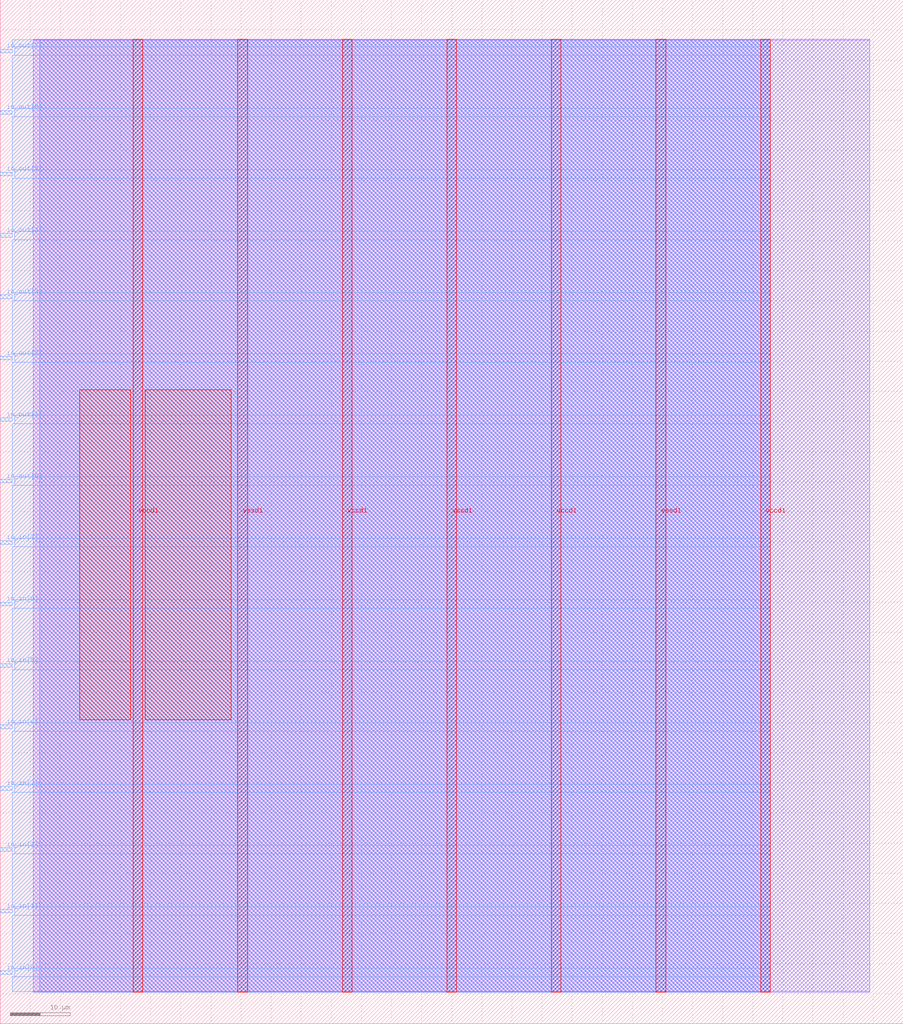
<source format=lef>
VERSION 5.7 ;
  NOWIREEXTENSIONATPIN ON ;
  DIVIDERCHAR "/" ;
  BUSBITCHARS "[]" ;
MACRO afoote_w5s8_tt02_top
  CLASS BLOCK ;
  FOREIGN afoote_w5s8_tt02_top ;
  ORIGIN 0.000 0.000 ;
  SIZE 150.000 BY 170.000 ;
  PIN io_in[0]
    DIRECTION INPUT ;
    USE SIGNAL ;
    PORT
      LAYER met3 ;
        RECT 0.000 8.200 2.000 8.800 ;
    END
  END io_in[0]
  PIN io_in[1]
    DIRECTION INPUT ;
    USE SIGNAL ;
    PORT
      LAYER met3 ;
        RECT 0.000 18.400 2.000 19.000 ;
    END
  END io_in[1]
  PIN io_in[2]
    DIRECTION INPUT ;
    USE SIGNAL ;
    PORT
      LAYER met3 ;
        RECT 0.000 28.600 2.000 29.200 ;
    END
  END io_in[2]
  PIN io_in[3]
    DIRECTION INPUT ;
    USE SIGNAL ;
    PORT
      LAYER met3 ;
        RECT 0.000 38.800 2.000 39.400 ;
    END
  END io_in[3]
  PIN io_in[4]
    DIRECTION INPUT ;
    USE SIGNAL ;
    PORT
      LAYER met3 ;
        RECT 0.000 49.000 2.000 49.600 ;
    END
  END io_in[4]
  PIN io_in[5]
    DIRECTION INPUT ;
    USE SIGNAL ;
    PORT
      LAYER met3 ;
        RECT 0.000 59.200 2.000 59.800 ;
    END
  END io_in[5]
  PIN io_in[6]
    DIRECTION INPUT ;
    USE SIGNAL ;
    PORT
      LAYER met3 ;
        RECT 0.000 69.400 2.000 70.000 ;
    END
  END io_in[6]
  PIN io_in[7]
    DIRECTION INPUT ;
    USE SIGNAL ;
    PORT
      LAYER met3 ;
        RECT 0.000 79.600 2.000 80.200 ;
    END
  END io_in[7]
  PIN io_out[0]
    DIRECTION OUTPUT TRISTATE ;
    USE SIGNAL ;
    PORT
      LAYER met3 ;
        RECT 0.000 89.800 2.000 90.400 ;
    END
  END io_out[0]
  PIN io_out[1]
    DIRECTION OUTPUT TRISTATE ;
    USE SIGNAL ;
    PORT
      LAYER met3 ;
        RECT 0.000 100.000 2.000 100.600 ;
    END
  END io_out[1]
  PIN io_out[2]
    DIRECTION OUTPUT TRISTATE ;
    USE SIGNAL ;
    PORT
      LAYER met3 ;
        RECT 0.000 110.200 2.000 110.800 ;
    END
  END io_out[2]
  PIN io_out[3]
    DIRECTION OUTPUT TRISTATE ;
    USE SIGNAL ;
    PORT
      LAYER met3 ;
        RECT 0.000 120.400 2.000 121.000 ;
    END
  END io_out[3]
  PIN io_out[4]
    DIRECTION OUTPUT TRISTATE ;
    USE SIGNAL ;
    PORT
      LAYER met3 ;
        RECT 0.000 130.600 2.000 131.200 ;
    END
  END io_out[4]
  PIN io_out[5]
    DIRECTION OUTPUT TRISTATE ;
    USE SIGNAL ;
    PORT
      LAYER met3 ;
        RECT 0.000 140.800 2.000 141.400 ;
    END
  END io_out[5]
  PIN io_out[6]
    DIRECTION OUTPUT TRISTATE ;
    USE SIGNAL ;
    PORT
      LAYER met3 ;
        RECT 0.000 151.000 2.000 151.600 ;
    END
  END io_out[6]
  PIN io_out[7]
    DIRECTION OUTPUT TRISTATE ;
    USE SIGNAL ;
    PORT
      LAYER met3 ;
        RECT 0.000 161.200 2.000 161.800 ;
    END
  END io_out[7]
  PIN vccd1
    DIRECTION INOUT ;
    USE POWER ;
    PORT
      LAYER met4 ;
        RECT 22.090 5.200 23.690 163.440 ;
    END
    PORT
      LAYER met4 ;
        RECT 56.830 5.200 58.430 163.440 ;
    END
    PORT
      LAYER met4 ;
        RECT 91.570 5.200 93.170 163.440 ;
    END
    PORT
      LAYER met4 ;
        RECT 126.310 5.200 127.910 163.440 ;
    END
  END vccd1
  PIN vssd1
    DIRECTION INOUT ;
    USE GROUND ;
    PORT
      LAYER met4 ;
        RECT 39.460 5.200 41.060 163.440 ;
    END
    PORT
      LAYER met4 ;
        RECT 74.200 5.200 75.800 163.440 ;
    END
    PORT
      LAYER met4 ;
        RECT 108.940 5.200 110.540 163.440 ;
    END
  END vssd1
  OBS
      LAYER li1 ;
        RECT 5.520 5.355 144.440 163.285 ;
      LAYER met1 ;
        RECT 5.520 5.200 144.440 163.440 ;
      LAYER met2 ;
        RECT 6.540 5.255 127.880 163.385 ;
      LAYER met3 ;
        RECT 2.000 162.200 127.900 163.365 ;
        RECT 2.400 160.800 127.900 162.200 ;
        RECT 2.000 152.000 127.900 160.800 ;
        RECT 2.400 150.600 127.900 152.000 ;
        RECT 2.000 141.800 127.900 150.600 ;
        RECT 2.400 140.400 127.900 141.800 ;
        RECT 2.000 131.600 127.900 140.400 ;
        RECT 2.400 130.200 127.900 131.600 ;
        RECT 2.000 121.400 127.900 130.200 ;
        RECT 2.400 120.000 127.900 121.400 ;
        RECT 2.000 111.200 127.900 120.000 ;
        RECT 2.400 109.800 127.900 111.200 ;
        RECT 2.000 101.000 127.900 109.800 ;
        RECT 2.400 99.600 127.900 101.000 ;
        RECT 2.000 90.800 127.900 99.600 ;
        RECT 2.400 89.400 127.900 90.800 ;
        RECT 2.000 80.600 127.900 89.400 ;
        RECT 2.400 79.200 127.900 80.600 ;
        RECT 2.000 70.400 127.900 79.200 ;
        RECT 2.400 69.000 127.900 70.400 ;
        RECT 2.000 60.200 127.900 69.000 ;
        RECT 2.400 58.800 127.900 60.200 ;
        RECT 2.000 50.000 127.900 58.800 ;
        RECT 2.400 48.600 127.900 50.000 ;
        RECT 2.000 39.800 127.900 48.600 ;
        RECT 2.400 38.400 127.900 39.800 ;
        RECT 2.000 29.600 127.900 38.400 ;
        RECT 2.400 28.200 127.900 29.600 ;
        RECT 2.000 19.400 127.900 28.200 ;
        RECT 2.400 18.000 127.900 19.400 ;
        RECT 2.000 9.200 127.900 18.000 ;
        RECT 2.400 7.800 127.900 9.200 ;
        RECT 2.000 5.275 127.900 7.800 ;
      LAYER met4 ;
        RECT 13.175 50.495 21.690 105.225 ;
        RECT 24.090 50.495 38.345 105.225 ;
  END
END afoote_w5s8_tt02_top
END LIBRARY


</source>
